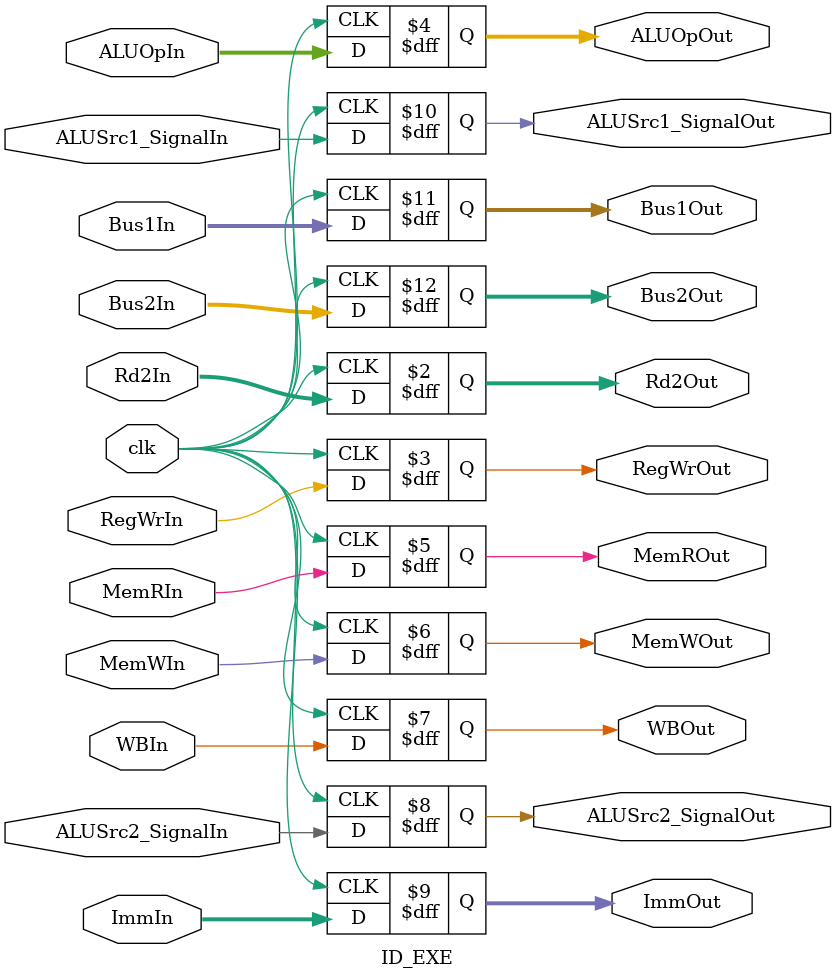
<source format=v>
module ID_EXE(	
	input wire clk,
	input wire [2:0] Rd2In, output reg [2:0] Rd2Out, 
	input wire  RegWrIn, output reg RegWrOut,
	input wire [2:0] ALUOpIn, output reg [2:0] ALUOpOut,
	input wire MemRIn, output reg MemROut,
	input wire MemWIn, output reg MemWOut,
	input wire WBIn, output reg WBOut,
	input wire ALUSrc2_SignalIn, output reg ALUSrc2_SignalOut,
	input wire [15:0] ImmIn, output reg [15:0] ImmOut, 
	input wire ALUSrc1_SignalIn, output reg ALUSrc1_SignalOut, 
	input wire [15:0] Bus1In, output reg [15:0] Bus1Out,
	input wire [15:0] Bus2In, output reg [15:0] Bus2Out
);		 

	always @ (posedge clk) begin
	
		Rd2Out <= Rd2In;
		RegWrOut <= RegWrIn;
		ALUOpOut <= ALUOpIn;
		MemROut <= MemRIn;
		MemWOut <= MemWIn;
		WBOut <= WBIn;
		ALUSrc2_SignalOut <= ALUSrc2_SignalIn;
		ImmOut <= ImmIn;
		ALUSrc1_SignalOut <= ALUSrc1_SignalIn;
		Bus1Out <= Bus1In;
		Bus2Out <= Bus2In;
	  
	end 


endmodule
</source>
